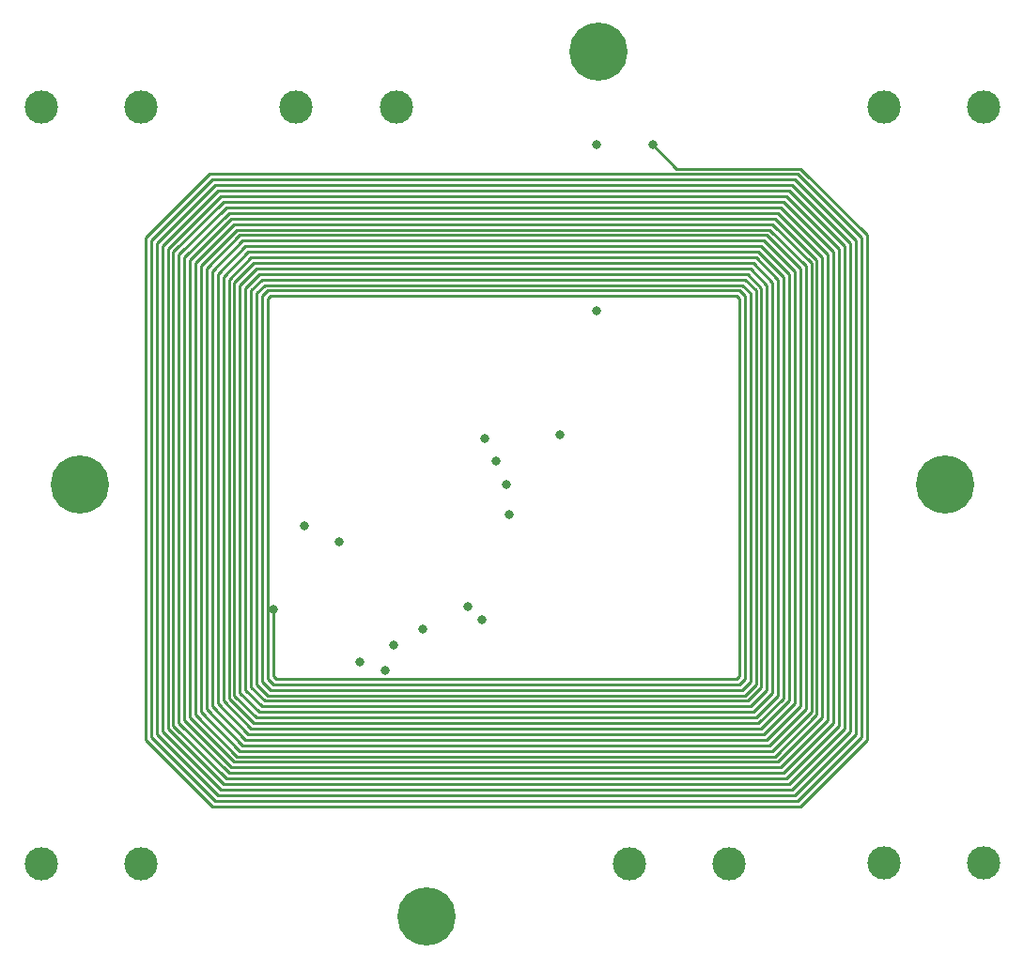
<source format=gbr>
%TF.GenerationSoftware,KiCad,Pcbnew,(5.1.10)-1*%
%TF.CreationDate,2022-06-07T20:21:30-07:00*%
%TF.ProjectId,solar-panel-side-Z,736f6c61-722d-4706-916e-656c2d736964,1.1*%
%TF.SameCoordinates,Original*%
%TF.FileFunction,Copper,L2,Inr*%
%TF.FilePolarity,Positive*%
%FSLAX46Y46*%
G04 Gerber Fmt 4.6, Leading zero omitted, Abs format (unit mm)*
G04 Created by KiCad (PCBNEW (5.1.10)-1) date 2022-06-07 20:21:30*
%MOMM*%
%LPD*%
G01*
G04 APERTURE LIST*
%TA.AperFunction,ComponentPad*%
%ADD10C,5.250000*%
%TD*%
%TA.AperFunction,ComponentPad*%
%ADD11C,3.000000*%
%TD*%
%TA.AperFunction,ViaPad*%
%ADD12C,0.800000*%
%TD*%
%TA.AperFunction,Conductor*%
%ADD13C,0.250000*%
%TD*%
G04 APERTURE END LIST*
D10*
%TO.N,Net-(J5-Pad1)*%
%TO.C,J5*%
X188500000Y-85000000D03*
%TD*%
%TO.N,Net-(J4-Pad1)*%
%TO.C,J4*%
X157250000Y-46000000D03*
%TD*%
%TO.N,Net-(J3-Pad1)*%
%TO.C,J3*%
X141750000Y-124000000D03*
%TD*%
%TO.N,Net-(J2-Pad1)*%
%TO.C,J2*%
X110500000Y-85000000D03*
%TD*%
D11*
%TO.N,Net-(SC5-Pad2)*%
%TO.C,SC5*%
X191952000Y-51008000D03*
%TO.N,Net-(D3-Pad2)*%
X182952000Y-51008000D03*
%TD*%
%TO.N,Net-(SC3-Pad2)*%
%TO.C,SC4*%
X169000000Y-119250000D03*
%TO.N,GND*%
X160000000Y-119250000D03*
%TD*%
%TO.N,Net-(SC5-Pad2)*%
%TO.C,SC6*%
X191952000Y-119172000D03*
%TO.N,GND*%
X182952000Y-119172000D03*
%TD*%
%TO.N,Net-(D2-Pad2)*%
%TO.C,SC3*%
X130000000Y-51000000D03*
%TO.N,Net-(SC3-Pad2)*%
X139000000Y-51000000D03*
%TD*%
%TO.N,GND*%
%TO.C,SC2*%
X107006000Y-119250000D03*
%TO.N,Net-(SC1-Pad2)*%
X116006000Y-119250000D03*
%TD*%
%TO.N,Net-(SC1-Pad2)*%
%TO.C,SC1*%
X116006000Y-51008000D03*
%TO.N,Net-(D1-Pad2)*%
X107006000Y-51008000D03*
%TD*%
D12*
%TO.N,GND*%
X157110000Y-69390000D03*
X153750000Y-80500000D03*
X138000000Y-101750000D03*
X130750000Y-88750000D03*
%TO.N,+3V3*%
X141425001Y-98054501D03*
X148971000Y-85026500D03*
%TO.N,VSOLAR*%
X149161500Y-87757000D03*
X133889750Y-90201750D03*
%TO.N,SDA*%
X145500000Y-96000000D03*
X135750000Y-101000000D03*
X147002500Y-80835500D03*
%TO.N,SCL*%
X146750000Y-97250000D03*
X138771500Y-99465000D03*
X148000000Y-82931000D03*
%TO.N,Net-(U2-Pad6)*%
X162110000Y-54352000D03*
X157030000Y-54352000D03*
X127952500Y-96266000D03*
%TD*%
D13*
%TO.N,Net-(U2-Pad6)*%
X127424000Y-68282000D02*
X127674000Y-68032000D01*
X171924000Y-67282000D02*
X171924000Y-103282000D01*
X127424000Y-67532000D02*
X169924000Y-67532000D01*
X127674000Y-103532000D02*
X126924000Y-102782000D01*
X170424000Y-66532000D02*
X171424000Y-67532000D01*
X118424000Y-63782000D02*
X123174000Y-59032000D01*
X169674000Y-102532000D02*
X128174000Y-102532000D01*
X123924000Y-66532000D02*
X125924000Y-64532000D01*
X169674000Y-102532000D02*
X169924000Y-102282000D01*
X125424000Y-108032000D02*
X122424000Y-105032000D01*
X119424000Y-64282000D02*
X123674000Y-60032000D01*
X127924000Y-102282000D02*
X128174000Y-102532000D01*
X127674000Y-68032000D02*
X169674000Y-68032000D01*
X170174000Y-67032000D02*
X170924000Y-67782000D01*
X179424000Y-63532000D02*
X179424000Y-107032000D01*
X127424000Y-102532000D02*
X127424000Y-68282000D01*
X169924000Y-68282000D02*
X169924000Y-102282000D01*
X170924000Y-105032000D02*
X126924000Y-105032000D01*
X126424000Y-103032000D02*
X126424000Y-67782000D01*
X169674000Y-68032000D02*
X169924000Y-68282000D01*
X124424000Y-66782000D02*
X126174000Y-65032000D01*
X170174000Y-103532000D02*
X127674000Y-103532000D01*
X170924000Y-102782000D02*
X170174000Y-103532000D01*
X125924000Y-67532000D02*
X126924000Y-66532000D01*
X171424000Y-103032000D02*
X170424000Y-104032000D01*
X125424000Y-67282000D02*
X126674000Y-66032000D01*
X126674000Y-66032000D02*
X170674000Y-66032000D01*
X124924000Y-67032000D02*
X126424000Y-65532000D01*
X127174000Y-67032000D02*
X170174000Y-67032000D01*
X126174000Y-106532000D02*
X123924000Y-104282000D01*
X125424000Y-103532000D02*
X125424000Y-67282000D01*
X169924000Y-103032000D02*
X127924000Y-103032000D01*
X180924000Y-107782000D02*
X175174000Y-113532000D01*
X170924000Y-67782000D02*
X170924000Y-102782000D01*
X170424000Y-68032000D02*
X170424000Y-102532000D01*
X170424000Y-102532000D02*
X169924000Y-103032000D01*
X171424000Y-67532000D02*
X171424000Y-103032000D01*
X174424000Y-112032000D02*
X123424000Y-112032000D01*
X126424000Y-67782000D02*
X127174000Y-67032000D01*
X169924000Y-67532000D02*
X170424000Y-68032000D01*
X173924000Y-111032000D02*
X123924000Y-111032000D01*
X174924000Y-57532000D02*
X180424000Y-63032000D01*
X126424000Y-65532000D02*
X170924000Y-65532000D01*
X126924000Y-102782000D02*
X126924000Y-68032000D01*
X126924000Y-68032000D02*
X127424000Y-67532000D01*
X127924000Y-103032000D02*
X127424000Y-102532000D01*
X171924000Y-103282000D02*
X170674000Y-104532000D01*
X127424000Y-104032000D02*
X126424000Y-103032000D01*
X175174000Y-57032000D02*
X180924000Y-62782000D01*
X170424000Y-104032000D02*
X127424000Y-104032000D01*
X173174000Y-109532000D02*
X124674000Y-109532000D01*
X172424000Y-103532000D02*
X170924000Y-105032000D01*
X122424000Y-105032000D02*
X122424000Y-65782000D01*
X123424000Y-59532000D02*
X173924000Y-59532000D01*
X126674000Y-105532000D02*
X124924000Y-103782000D01*
X171174000Y-65032000D02*
X172924000Y-66782000D01*
X178424000Y-106532000D02*
X173924000Y-111032000D01*
X119924000Y-106282000D02*
X119924000Y-64532000D01*
X171174000Y-105532000D02*
X126674000Y-105532000D01*
X123674000Y-111532000D02*
X118924000Y-106782000D01*
X171924000Y-107032000D02*
X125924000Y-107032000D01*
X125424000Y-63532000D02*
X171924000Y-63532000D01*
X122424000Y-65782000D02*
X125174000Y-63032000D01*
X123424000Y-104532000D02*
X123424000Y-66282000D01*
X171924000Y-63532000D02*
X174424000Y-66032000D01*
X170924000Y-65532000D02*
X172424000Y-67032000D01*
X178424000Y-64032000D02*
X178424000Y-106532000D01*
X124174000Y-110532000D02*
X119924000Y-106282000D01*
X119924000Y-64532000D02*
X123924000Y-60532000D01*
X126424000Y-106032000D02*
X124424000Y-104032000D01*
X173924000Y-59532000D02*
X178424000Y-64032000D01*
X117924000Y-63532000D02*
X122924000Y-58532000D01*
X173424000Y-66532000D02*
X173424000Y-104032000D01*
X118924000Y-106782000D02*
X118924000Y-64032000D01*
X123174000Y-59032000D02*
X174174000Y-59032000D01*
X180424000Y-63032000D02*
X180424000Y-107532000D01*
X174174000Y-111532000D02*
X123674000Y-111532000D01*
X178924000Y-63782000D02*
X178924000Y-106782000D01*
X172424000Y-67032000D02*
X172424000Y-103532000D01*
X123924000Y-111032000D02*
X119424000Y-106532000D01*
X174424000Y-58532000D02*
X179424000Y-63532000D01*
X170674000Y-104532000D02*
X127174000Y-104532000D01*
X126174000Y-65032000D02*
X171174000Y-65032000D01*
X122924000Y-58532000D02*
X174424000Y-58532000D01*
X117924000Y-107282000D02*
X117924000Y-63532000D01*
X171424000Y-106032000D02*
X126424000Y-106032000D01*
X172924000Y-66782000D02*
X172924000Y-103782000D01*
X126924000Y-105032000D02*
X125424000Y-103532000D01*
X123174000Y-112532000D02*
X117924000Y-107282000D01*
X179424000Y-107032000D02*
X174424000Y-112032000D01*
X122424000Y-114032000D02*
X116424000Y-108032000D01*
X181424000Y-108032000D02*
X175424000Y-114032000D01*
X174924000Y-113032000D02*
X122924000Y-113032000D01*
X173424000Y-104032000D02*
X171424000Y-106032000D01*
X125924000Y-103282000D02*
X125924000Y-67532000D01*
X124924000Y-103782000D02*
X124924000Y-67032000D01*
X123924000Y-104282000D02*
X123924000Y-66532000D01*
X118424000Y-107032000D02*
X118424000Y-63782000D01*
X174674000Y-112532000D02*
X123174000Y-112532000D01*
X172424000Y-108032000D02*
X125424000Y-108032000D01*
X117424000Y-107532000D02*
X117424000Y-63282000D01*
X122424000Y-57532000D02*
X174924000Y-57532000D01*
X174174000Y-59032000D02*
X178924000Y-63782000D01*
X173924000Y-104282000D02*
X171674000Y-106532000D01*
X127174000Y-104532000D02*
X125924000Y-103282000D01*
X172924000Y-103782000D02*
X171174000Y-105532000D01*
X178924000Y-106782000D02*
X174174000Y-111532000D01*
X180924000Y-62782000D02*
X180924000Y-107782000D01*
X173674000Y-110532000D02*
X124174000Y-110532000D01*
X125924000Y-64532000D02*
X171424000Y-64532000D01*
X123674000Y-60032000D02*
X173674000Y-60032000D01*
X118924000Y-64032000D02*
X123424000Y-59532000D01*
X170674000Y-66032000D02*
X171924000Y-67282000D01*
X177924000Y-64282000D02*
X177924000Y-106282000D01*
X125674000Y-64032000D02*
X171674000Y-64032000D01*
X122924000Y-66032000D02*
X125424000Y-63532000D01*
X124174000Y-61032000D02*
X173174000Y-61032000D01*
X116924000Y-107782000D02*
X116924000Y-63032000D01*
X175424000Y-56532000D02*
X181424000Y-62532000D01*
X120424000Y-64782000D02*
X124174000Y-61032000D01*
X125674000Y-107532000D02*
X122924000Y-104782000D01*
X122674000Y-58032000D02*
X174674000Y-58032000D01*
X122924000Y-113032000D02*
X117424000Y-107532000D01*
X173424000Y-60532000D02*
X177424000Y-64532000D01*
X175424000Y-105032000D02*
X172424000Y-108032000D01*
X172924000Y-109032000D02*
X124924000Y-109032000D01*
X124924000Y-62532000D02*
X172424000Y-62532000D01*
X177424000Y-64532000D02*
X177424000Y-106032000D01*
X174924000Y-104782000D02*
X172174000Y-107532000D01*
X172174000Y-63032000D02*
X174924000Y-65782000D01*
X174424000Y-66032000D02*
X174424000Y-104532000D01*
X122674000Y-113532000D02*
X116924000Y-107782000D01*
X175424000Y-65532000D02*
X175424000Y-105032000D01*
X121424000Y-105532000D02*
X121424000Y-65282000D01*
X171674000Y-64032000D02*
X173924000Y-66282000D01*
X173174000Y-61032000D02*
X176924000Y-64782000D01*
X175174000Y-113532000D02*
X122674000Y-113532000D01*
X180424000Y-107532000D02*
X174924000Y-113032000D01*
X172174000Y-107532000D02*
X125674000Y-107532000D01*
X175924000Y-105282000D02*
X172674000Y-108532000D01*
X172924000Y-61532000D02*
X176424000Y-65032000D01*
X172424000Y-62532000D02*
X175424000Y-65532000D01*
X173674000Y-60032000D02*
X177924000Y-64282000D01*
X121424000Y-65282000D02*
X124674000Y-62032000D01*
X119424000Y-106532000D02*
X119424000Y-64282000D01*
X124424000Y-104032000D02*
X124424000Y-66782000D01*
X179924000Y-63282000D02*
X179924000Y-107282000D01*
X171674000Y-106532000D02*
X126174000Y-106532000D01*
X174424000Y-104532000D02*
X171924000Y-107032000D01*
X116924000Y-63032000D02*
X122424000Y-57532000D01*
X123424000Y-66282000D02*
X125674000Y-64032000D01*
X175924000Y-65282000D02*
X175924000Y-105282000D01*
X122174000Y-57032000D02*
X175174000Y-57032000D01*
X124424000Y-61532000D02*
X172924000Y-61532000D01*
X174674000Y-58032000D02*
X179924000Y-63282000D01*
X173424000Y-110032000D02*
X124424000Y-110032000D01*
X176424000Y-105532000D02*
X172924000Y-109032000D01*
X171424000Y-64532000D02*
X173424000Y-66532000D01*
X120424000Y-106032000D02*
X120424000Y-64782000D01*
X120924000Y-105782000D02*
X120924000Y-65032000D01*
X176924000Y-105782000D02*
X173174000Y-109532000D01*
X116424000Y-62782000D02*
X122174000Y-57032000D01*
X121924000Y-65532000D02*
X124924000Y-62532000D01*
X177424000Y-106032000D02*
X173424000Y-110032000D01*
X125924000Y-107032000D02*
X123424000Y-104532000D01*
X121924000Y-105282000D02*
X121924000Y-65532000D01*
X116424000Y-108032000D02*
X116424000Y-62782000D01*
X123424000Y-112032000D02*
X118424000Y-107032000D01*
X177924000Y-106282000D02*
X173674000Y-110532000D01*
X176924000Y-64782000D02*
X176924000Y-105782000D01*
X124674000Y-109532000D02*
X120924000Y-105782000D01*
X124924000Y-109032000D02*
X121424000Y-105532000D01*
X181424000Y-62532000D02*
X181424000Y-108032000D01*
X124424000Y-110032000D02*
X120424000Y-106032000D01*
X120924000Y-65032000D02*
X124424000Y-61532000D01*
X172674000Y-62032000D02*
X175924000Y-65282000D01*
X172674000Y-108532000D02*
X125174000Y-108532000D01*
X126924000Y-66532000D02*
X170424000Y-66532000D01*
X179924000Y-107282000D02*
X174674000Y-112532000D01*
X124674000Y-62032000D02*
X172674000Y-62032000D01*
X175424000Y-114032000D02*
X122424000Y-114032000D01*
X125174000Y-63032000D02*
X172174000Y-63032000D01*
X123924000Y-60532000D02*
X173424000Y-60532000D01*
X117424000Y-63282000D02*
X122674000Y-58032000D01*
X176424000Y-65032000D02*
X176424000Y-105532000D01*
X174924000Y-65782000D02*
X174924000Y-104782000D01*
X173924000Y-66282000D02*
X173924000Y-104282000D01*
X122924000Y-104782000D02*
X122924000Y-66032000D01*
X125174000Y-108532000D02*
X121924000Y-105282000D01*
X164290000Y-56532000D02*
X162110000Y-54352000D01*
X166576000Y-56532000D02*
X164798000Y-56532000D01*
X175424000Y-56532000D02*
X166576000Y-56532000D01*
X166576000Y-56532000D02*
X164290000Y-56532000D01*
X127924000Y-96294500D02*
X127952500Y-96266000D01*
X127924000Y-102282000D02*
X127924000Y-96294500D01*
%TD*%
M02*

</source>
